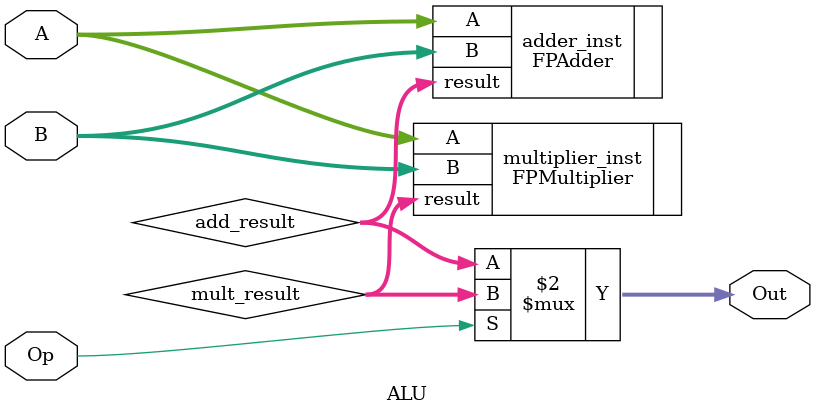
<source format=v>
module ALU (
    input wire [31:0] A,           
    input wire [31:0] B,           
    input wire Op,                 
    output wire [31:0] Out        
);

    wire [31:0] add_result;
    wire [31:0] mult_result;

    FPAdder adder_inst (
        .A(A),
        .B(B),
        .result(add_result)
    );

    FPMultiplier multiplier_inst (
        .A(A),
        .B(B),
        .result(mult_result)
    );

    assign Out = (Op == 0) ? add_result : mult_result;

endmodule

</source>
